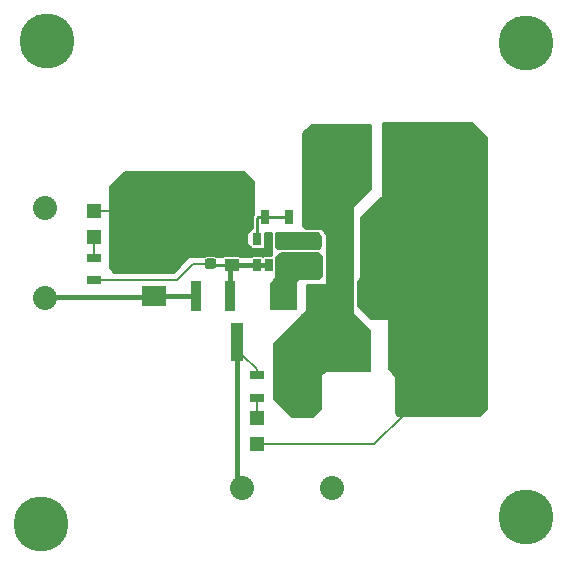
<source format=gbr>
G04 #@! TF.GenerationSoftware,KiCad,Pcbnew,5.0.2-bee76a0~70~ubuntu18.04.1*
G04 #@! TF.CreationDate,2019-02-26T17:57:15-05:00*
G04 #@! TF.ProjectId,New Buck Converter,4e657720-4275-4636-9b20-436f6e766572,rev?*
G04 #@! TF.SameCoordinates,Original*
G04 #@! TF.FileFunction,Copper,L1,Top*
G04 #@! TF.FilePolarity,Positive*
%FSLAX46Y46*%
G04 Gerber Fmt 4.6, Leading zero omitted, Abs format (unit mm)*
G04 Created by KiCad (PCBNEW 5.0.2-bee76a0~70~ubuntu18.04.1) date Tue 26 Feb 2019 05:57:15 PM EST*
%MOMM*%
%LPD*%
G01*
G04 APERTURE LIST*
G04 #@! TA.AperFunction,ComponentPad*
%ADD10C,2.032000*%
G04 #@! TD*
G04 #@! TA.AperFunction,SMDPad,CuDef*
%ADD11R,0.900000X2.500000*%
G04 #@! TD*
G04 #@! TA.AperFunction,SMDPad,CuDef*
%ADD12R,1.250000X1.000000*%
G04 #@! TD*
G04 #@! TA.AperFunction,Conductor*
%ADD13C,0.100000*%
G04 #@! TD*
G04 #@! TA.AperFunction,SMDPad,CuDef*
%ADD14C,0.875000*%
G04 #@! TD*
G04 #@! TA.AperFunction,SMDPad,CuDef*
%ADD15R,1.200000X2.000000*%
G04 #@! TD*
G04 #@! TA.AperFunction,SMDPad,CuDef*
%ADD16R,0.700000X1.300000*%
G04 #@! TD*
G04 #@! TA.AperFunction,SMDPad,CuDef*
%ADD17R,1.300000X0.700000*%
G04 #@! TD*
G04 #@! TA.AperFunction,SMDPad,CuDef*
%ADD18R,1.000000X3.200000*%
G04 #@! TD*
G04 #@! TA.AperFunction,SMDPad,CuDef*
%ADD19R,0.650000X1.060000*%
G04 #@! TD*
G04 #@! TA.AperFunction,SMDPad,CuDef*
%ADD20R,1.000000X1.600000*%
G04 #@! TD*
G04 #@! TA.AperFunction,SMDPad,CuDef*
%ADD21R,1.780000X3.500000*%
G04 #@! TD*
G04 #@! TA.AperFunction,SMDPad,CuDef*
%ADD22R,1.000000X1.250000*%
G04 #@! TD*
G04 #@! TA.AperFunction,SMDPad,CuDef*
%ADD23R,2.159000X1.778000*%
G04 #@! TD*
G04 #@! TA.AperFunction,SMDPad,CuDef*
%ADD24R,1.200000X1.200000*%
G04 #@! TD*
G04 #@! TA.AperFunction,ComponentPad*
%ADD25C,4.648200*%
G04 #@! TD*
G04 #@! TA.AperFunction,ViaPad*
%ADD26C,0.800000*%
G04 #@! TD*
G04 #@! TA.AperFunction,Conductor*
%ADD27C,0.254000*%
G04 #@! TD*
G04 #@! TA.AperFunction,Conductor*
%ADD28C,0.250000*%
G04 #@! TD*
G04 #@! TA.AperFunction,Conductor*
%ADD29C,0.381000*%
G04 #@! TD*
G04 #@! TA.AperFunction,Conductor*
%ADD30C,0.152400*%
G04 #@! TD*
G04 APERTURE END LIST*
D10*
G04 #@! TO.P,J1,2*
G04 #@! TO.N,/12V*
X107734100Y-105895140D03*
G04 #@! TO.P,J1,1*
G04 #@! TO.N,GND*
X107734100Y-98275140D03*
G04 #@! TD*
G04 #@! TO.P,J2,2*
G04 #@! TO.N,/5V*
X124409200Y-121909840D03*
G04 #@! TO.P,J2,1*
G04 #@! TO.N,GND*
X132029200Y-121909840D03*
G04 #@! TD*
D11*
G04 #@! TO.P,COUT4,1*
G04 #@! TO.N,Net-(COUT1-Pad1)*
X132458800Y-100203000D03*
G04 #@! TO.P,COUT4,2*
G04 #@! TO.N,GND*
X135358800Y-100203000D03*
G04 #@! TD*
D12*
G04 #@! TO.P,C1,2*
G04 #@! TO.N,Net-(C1-Pad2)*
X129971800Y-100981000D03*
G04 #@! TO.P,C1,1*
G04 #@! TO.N,Net-(C1-Pad1)*
X129971800Y-102981000D03*
G04 #@! TD*
G04 #@! TO.P,C2,1*
G04 #@! TO.N,Net-(C2-Pad1)*
X123558300Y-103060500D03*
G04 #@! TO.P,C2,2*
G04 #@! TO.N,GND*
X123558300Y-101060500D03*
G04 #@! TD*
D13*
G04 #@! TO.N,Net-(C2-Pad1)*
G04 #@! TO.C,C3*
G36*
X122030051Y-102502233D02*
X122051286Y-102505383D01*
X122072110Y-102510599D01*
X122092322Y-102517831D01*
X122111728Y-102527010D01*
X122130141Y-102538046D01*
X122147384Y-102550834D01*
X122163290Y-102565250D01*
X122177706Y-102581156D01*
X122190494Y-102598399D01*
X122201530Y-102616812D01*
X122210709Y-102636218D01*
X122217941Y-102656430D01*
X122223157Y-102677254D01*
X122226307Y-102698489D01*
X122227360Y-102719930D01*
X122227360Y-103157430D01*
X122226307Y-103178871D01*
X122223157Y-103200106D01*
X122217941Y-103220930D01*
X122210709Y-103241142D01*
X122201530Y-103260548D01*
X122190494Y-103278961D01*
X122177706Y-103296204D01*
X122163290Y-103312110D01*
X122147384Y-103326526D01*
X122130141Y-103339314D01*
X122111728Y-103350350D01*
X122092322Y-103359529D01*
X122072110Y-103366761D01*
X122051286Y-103371977D01*
X122030051Y-103375127D01*
X122008610Y-103376180D01*
X121496110Y-103376180D01*
X121474669Y-103375127D01*
X121453434Y-103371977D01*
X121432610Y-103366761D01*
X121412398Y-103359529D01*
X121392992Y-103350350D01*
X121374579Y-103339314D01*
X121357336Y-103326526D01*
X121341430Y-103312110D01*
X121327014Y-103296204D01*
X121314226Y-103278961D01*
X121303190Y-103260548D01*
X121294011Y-103241142D01*
X121286779Y-103220930D01*
X121281563Y-103200106D01*
X121278413Y-103178871D01*
X121277360Y-103157430D01*
X121277360Y-102719930D01*
X121278413Y-102698489D01*
X121281563Y-102677254D01*
X121286779Y-102656430D01*
X121294011Y-102636218D01*
X121303190Y-102616812D01*
X121314226Y-102598399D01*
X121327014Y-102581156D01*
X121341430Y-102565250D01*
X121357336Y-102550834D01*
X121374579Y-102538046D01*
X121392992Y-102527010D01*
X121412398Y-102517831D01*
X121432610Y-102510599D01*
X121453434Y-102505383D01*
X121474669Y-102502233D01*
X121496110Y-102501180D01*
X122008610Y-102501180D01*
X122030051Y-102502233D01*
X122030051Y-102502233D01*
G37*
D14*
G04 #@! TD*
G04 #@! TO.P,C3,1*
G04 #@! TO.N,Net-(C2-Pad1)*
X121752360Y-102938680D03*
D13*
G04 #@! TO.N,GND*
G04 #@! TO.C,C3*
G36*
X122030051Y-100927233D02*
X122051286Y-100930383D01*
X122072110Y-100935599D01*
X122092322Y-100942831D01*
X122111728Y-100952010D01*
X122130141Y-100963046D01*
X122147384Y-100975834D01*
X122163290Y-100990250D01*
X122177706Y-101006156D01*
X122190494Y-101023399D01*
X122201530Y-101041812D01*
X122210709Y-101061218D01*
X122217941Y-101081430D01*
X122223157Y-101102254D01*
X122226307Y-101123489D01*
X122227360Y-101144930D01*
X122227360Y-101582430D01*
X122226307Y-101603871D01*
X122223157Y-101625106D01*
X122217941Y-101645930D01*
X122210709Y-101666142D01*
X122201530Y-101685548D01*
X122190494Y-101703961D01*
X122177706Y-101721204D01*
X122163290Y-101737110D01*
X122147384Y-101751526D01*
X122130141Y-101764314D01*
X122111728Y-101775350D01*
X122092322Y-101784529D01*
X122072110Y-101791761D01*
X122051286Y-101796977D01*
X122030051Y-101800127D01*
X122008610Y-101801180D01*
X121496110Y-101801180D01*
X121474669Y-101800127D01*
X121453434Y-101796977D01*
X121432610Y-101791761D01*
X121412398Y-101784529D01*
X121392992Y-101775350D01*
X121374579Y-101764314D01*
X121357336Y-101751526D01*
X121341430Y-101737110D01*
X121327014Y-101721204D01*
X121314226Y-101703961D01*
X121303190Y-101685548D01*
X121294011Y-101666142D01*
X121286779Y-101645930D01*
X121281563Y-101625106D01*
X121278413Y-101603871D01*
X121277360Y-101582430D01*
X121277360Y-101144930D01*
X121278413Y-101123489D01*
X121281563Y-101102254D01*
X121286779Y-101081430D01*
X121294011Y-101061218D01*
X121303190Y-101041812D01*
X121314226Y-101023399D01*
X121327014Y-101006156D01*
X121341430Y-100990250D01*
X121357336Y-100975834D01*
X121374579Y-100963046D01*
X121392992Y-100952010D01*
X121412398Y-100942831D01*
X121432610Y-100935599D01*
X121453434Y-100930383D01*
X121474669Y-100927233D01*
X121496110Y-100926180D01*
X122008610Y-100926180D01*
X122030051Y-100927233D01*
X122030051Y-100927233D01*
G37*
D14*
G04 #@! TD*
G04 #@! TO.P,C3,2*
G04 #@! TO.N,GND*
X121752360Y-101363680D03*
D11*
G04 #@! TO.P,F1,2*
G04 #@! TO.N,/12V*
X120520800Y-105727500D03*
G04 #@! TO.P,F1,1*
G04 #@! TO.N,Net-(C2-Pad1)*
X123420800Y-105727500D03*
G04 #@! TD*
D15*
G04 #@! TO.P,L1,1*
G04 #@! TO.N,Net-(C1-Pad1)*
X127876700Y-105666540D03*
G04 #@! TO.P,L1,2*
G04 #@! TO.N,Net-(COUT1-Pad1)*
X131076700Y-105666540D03*
G04 #@! TD*
D16*
G04 #@! TO.P,R1,1*
G04 #@! TO.N,Net-(COUT1-Pad1)*
X130294420Y-98978720D03*
G04 #@! TO.P,R1,2*
G04 #@! TO.N,Net-(R1-Pad2)*
X128394420Y-98978720D03*
G04 #@! TD*
G04 #@! TO.P,R2,2*
G04 #@! TO.N,GND*
X124508220Y-98963480D03*
G04 #@! TO.P,R2,1*
G04 #@! TO.N,Net-(R1-Pad2)*
X126408220Y-98963480D03*
G04 #@! TD*
D17*
G04 #@! TO.P,R3,1*
G04 #@! TO.N,VCC*
X125700000Y-112400000D03*
G04 #@! TO.P,R3,2*
G04 #@! TO.N,Net-(D1-Pad2)*
X125700000Y-114300000D03*
G04 #@! TD*
D18*
G04 #@! TO.P,R4,1*
G04 #@! TO.N,Net-(COUT1-Pad1)*
X130228200Y-109606080D03*
G04 #@! TO.P,R4,2*
G04 #@! TO.N,VCC*
X124028200Y-109606080D03*
G04 #@! TD*
D19*
G04 #@! TO.P,U1,1*
G04 #@! TO.N,Net-(C1-Pad2)*
X127627600Y-100865800D03*
G04 #@! TO.P,U1,2*
G04 #@! TO.N,GND*
X126677600Y-100865800D03*
G04 #@! TO.P,U1,3*
G04 #@! TO.N,Net-(R1-Pad2)*
X125727600Y-100865800D03*
G04 #@! TO.P,U1,4*
G04 #@! TO.N,Net-(C2-Pad1)*
X125727600Y-103065800D03*
G04 #@! TO.P,U1,6*
G04 #@! TO.N,Net-(C1-Pad1)*
X127627600Y-103065800D03*
G04 #@! TO.P,U1,5*
G04 #@! TO.N,Net-(C2-Pad1)*
X126677600Y-103065800D03*
G04 #@! TD*
D20*
G04 #@! TO.P,COUT1,1*
G04 #@! TO.N,Net-(COUT1-Pad1)*
X132448300Y-103251000D03*
G04 #@! TO.P,COUT1,2*
G04 #@! TO.N,GND*
X135448300Y-103251000D03*
G04 #@! TD*
D21*
G04 #@! TO.P,COUT2,1*
G04 #@! TO.N,Net-(COUT1-Pad1)*
X132829300Y-109601000D03*
G04 #@! TO.P,COUT2,2*
G04 #@! TO.N,GND*
X138109300Y-109601000D03*
G04 #@! TD*
D22*
G04 #@! TO.P,COUT3,1*
G04 #@! TO.N,Net-(COUT1-Pad1)*
X132972300Y-105600500D03*
G04 #@! TO.P,COUT3,2*
G04 #@! TO.N,GND*
X134972300Y-105600500D03*
G04 #@! TD*
D21*
G04 #@! TO.P,COUT5,2*
G04 #@! TO.N,GND*
X138109300Y-95694500D03*
G04 #@! TO.P,COUT5,1*
G04 #@! TO.N,Net-(COUT1-Pad1)*
X132829300Y-95694500D03*
G04 #@! TD*
D23*
G04 #@! TO.P,D2,2*
G04 #@! TO.N,GND*
X116954300Y-101663500D03*
G04 #@! TO.P,D2,1*
G04 #@! TO.N,/12V*
X116954300Y-105727500D03*
G04 #@! TD*
D24*
G04 #@! TO.P,D1,2*
G04 #@! TO.N,Net-(D1-Pad2)*
X125700000Y-116050000D03*
G04 #@! TO.P,D1,1*
G04 #@! TO.N,GND*
X125700000Y-118250000D03*
G04 #@! TD*
D25*
G04 #@! TO.P,REF\002A\002A,1*
G04 #@! TO.N,N/C*
X107900000Y-84100000D03*
G04 #@! TD*
G04 #@! TO.P,REF\002A\002A,1*
G04 #@! TO.N,N/C*
X148500000Y-84300000D03*
G04 #@! TD*
G04 #@! TO.P,REF\002A\002A,1*
G04 #@! TO.N,N/C*
X148500000Y-124400000D03*
G04 #@! TD*
G04 #@! TO.P,REF\002A\002A,1*
G04 #@! TO.N,N/C*
X107400000Y-125000000D03*
G04 #@! TD*
D24*
G04 #@! TO.P,D3,2*
G04 #@! TO.N,Net-(D3-Pad2)*
X111900000Y-100700000D03*
G04 #@! TO.P,D3,1*
G04 #@! TO.N,GND*
X111900000Y-98500000D03*
G04 #@! TD*
D17*
G04 #@! TO.P,R5,1*
G04 #@! TO.N,Net-(C2-Pad1)*
X111900000Y-104350000D03*
G04 #@! TO.P,R5,2*
G04 #@! TO.N,Net-(D3-Pad2)*
X111900000Y-102450000D03*
G04 #@! TD*
D26*
G04 #@! TO.N,GND*
X142849600Y-98732340D03*
X143019780Y-108399580D03*
X142984220Y-101693980D03*
X142984220Y-105064560D03*
X143019780Y-113235740D03*
X143019780Y-111135160D03*
X123705620Y-96205040D03*
X120876060Y-96192340D03*
X117906800Y-96230440D03*
X114752120Y-96230440D03*
X114688620Y-98028760D03*
X114675920Y-100909120D03*
X143035020Y-94940120D03*
X140154660Y-114589560D03*
G04 #@! TD*
D27*
G04 #@! TO.N,Net-(C1-Pad2)*
X129856600Y-100865800D02*
X129971800Y-100981000D01*
X127627600Y-100865800D02*
X129856600Y-100865800D01*
G04 #@! TO.N,Net-(C1-Pad1)*
X129887000Y-103065800D02*
X129971800Y-102981000D01*
X127627600Y-103065800D02*
X129887000Y-103065800D01*
D28*
X127627600Y-105417440D02*
X127876700Y-105666540D01*
X127627600Y-103065800D02*
X127627600Y-105417440D01*
D29*
G04 #@! TO.N,Net-(C2-Pad1)*
X123420800Y-103198000D02*
X123558300Y-103060500D01*
X123420800Y-105727500D02*
X123420800Y-103198000D01*
X125722300Y-103060500D02*
X125727600Y-103065800D01*
X123558300Y-103060500D02*
X125722300Y-103060500D01*
X125727600Y-103065800D02*
X126677600Y-103065800D01*
D28*
X121874180Y-103060500D02*
X121752360Y-102938680D01*
X123558300Y-103060500D02*
X121874180Y-103060500D01*
D30*
X120311320Y-102938680D02*
X121752360Y-102938680D01*
X111900000Y-104350000D02*
X118900000Y-104350000D01*
X118900000Y-104350000D02*
X120311320Y-102938680D01*
D28*
G04 #@! TO.N,GND*
X138109300Y-95694500D02*
X139249300Y-95694500D01*
X139249300Y-95694500D02*
X142704260Y-99149460D01*
X142704260Y-99149460D02*
X141845180Y-98290380D01*
X141845180Y-98290380D02*
X141845180Y-100143160D01*
X141697960Y-100143160D02*
X139308840Y-97754040D01*
X141845180Y-100143160D02*
X141697960Y-100143160D01*
X142984220Y-101693980D02*
X142984220Y-105064560D01*
X140287140Y-98732340D02*
X142849600Y-98732340D01*
X138109300Y-96554500D02*
X140287140Y-98732340D01*
X138109300Y-95694500D02*
X138109300Y-96554500D01*
X143019780Y-113235740D02*
X143121380Y-113337340D01*
X138008360Y-113484660D02*
X142770860Y-113484660D01*
X142770860Y-113484660D02*
X143019780Y-113235740D01*
X143019780Y-108399580D02*
X143019780Y-111135160D01*
X143019780Y-111135160D02*
X143019780Y-113235740D01*
D29*
X124508220Y-98963480D02*
X124508220Y-97007640D01*
X124508220Y-97007640D02*
X123705620Y-96205040D01*
X120876060Y-96192340D02*
X117944900Y-96192340D01*
X117944900Y-96192340D02*
X117906800Y-96230440D01*
X114752120Y-96230440D02*
X114752120Y-97965260D01*
X114752120Y-97965260D02*
X114688620Y-98028760D01*
X116199920Y-100909120D02*
X116954300Y-101663500D01*
X114675920Y-100909120D02*
X116199920Y-100909120D01*
X138109300Y-95694500D02*
X142280640Y-95694500D01*
X142280640Y-95694500D02*
X143035020Y-94940120D01*
X138008360Y-113484660D02*
X139049760Y-113484660D01*
X139049760Y-113484660D02*
X140154660Y-114589560D01*
D30*
X113600300Y-98500000D02*
X116763800Y-101663500D01*
X116763800Y-101663500D02*
X116954300Y-101663500D01*
X111900000Y-98500000D02*
X113600300Y-98500000D01*
X138109300Y-115740700D02*
X138109300Y-95694500D01*
X125700000Y-118250000D02*
X135600000Y-118250000D01*
X135600000Y-118250000D02*
X138109300Y-115740700D01*
D29*
G04 #@! TO.N,/5V*
X124028200Y-121541540D02*
X124414280Y-121927620D01*
X124028200Y-109606080D02*
X124028200Y-121541540D01*
G04 #@! TO.N,/12V*
X116954300Y-105727500D02*
X120520800Y-105727500D01*
X116906660Y-105775140D02*
X116954300Y-105727500D01*
X107724100Y-105775140D02*
X116906660Y-105775140D01*
D28*
G04 #@! TO.N,Net-(R1-Pad2)*
X125808220Y-98963480D02*
X126408220Y-98963480D01*
X125727600Y-99044100D02*
X125808220Y-98963480D01*
X125727600Y-100865800D02*
X125727600Y-99044100D01*
X128379180Y-98963480D02*
X128394420Y-98978720D01*
X126408220Y-98963480D02*
X128379180Y-98963480D01*
D27*
G04 #@! TO.N,Net-(COUT1-Pad1)*
X132448300Y-97762000D02*
X132448300Y-100203000D01*
X132448300Y-95758000D02*
X132448300Y-97762000D01*
X132448300Y-101707000D02*
X132448300Y-103251000D01*
X132448300Y-100203000D02*
X132448300Y-101707000D01*
D28*
X132829300Y-96143840D02*
X132829300Y-95694500D01*
X130294420Y-98678720D02*
X132829300Y-96143840D01*
X130294420Y-98978720D02*
X130294420Y-98678720D01*
X130233280Y-109601000D02*
X130228200Y-109606080D01*
X132829300Y-109601000D02*
X130233280Y-109601000D01*
X130228200Y-113395540D02*
X130116220Y-113507520D01*
X130228200Y-109606080D02*
X130228200Y-113395540D01*
X132448300Y-105054400D02*
X132971540Y-105577640D01*
X132448300Y-103251000D02*
X132448300Y-105054400D01*
X132882640Y-105666540D02*
X132971540Y-105577640D01*
X131076700Y-105666540D02*
X132882640Y-105666540D01*
X132971540Y-109458760D02*
X132829300Y-109601000D01*
X132971540Y-105577640D02*
X132971540Y-109458760D01*
D30*
G04 #@! TO.N,Net-(D1-Pad2)*
X125700000Y-114802400D02*
X125700000Y-116050000D01*
X125700000Y-114300000D02*
X125700000Y-114802400D01*
G04 #@! TO.N,Net-(D3-Pad2)*
X111900000Y-100700000D02*
X111900000Y-102450000D01*
G04 #@! TO.N,VCC*
X125700000Y-111897600D02*
X124447310Y-110644910D01*
X125700000Y-112400000D02*
X125700000Y-111897600D01*
G04 #@! TD*
G04 #@! TO.N,GND*
G36*
X125478540Y-96051184D02*
X125478540Y-98785247D01*
X125472670Y-98789169D01*
X125417448Y-98871813D01*
X125394516Y-98906133D01*
X125367074Y-99044100D01*
X125374001Y-99078926D01*
X125374000Y-99958476D01*
X124886178Y-100446298D01*
X124869660Y-100471020D01*
X124863860Y-100500180D01*
X124863860Y-101213920D01*
X124869660Y-101243080D01*
X124886178Y-101267802D01*
X125282418Y-101664042D01*
X125307140Y-101680560D01*
X125336300Y-101686360D01*
X126286260Y-101686360D01*
X126315420Y-101680560D01*
X126340142Y-101664042D01*
X126356660Y-101639320D01*
X126362460Y-101610160D01*
X126362460Y-101442520D01*
X126360185Y-101424039D01*
X126359920Y-101422979D01*
X126359920Y-100373180D01*
X126966980Y-100373180D01*
X126966980Y-102246616D01*
X126910874Y-102302722D01*
X126352600Y-102302722D01*
X126263405Y-102320464D01*
X126220249Y-102349300D01*
X126184951Y-102349300D01*
X126141795Y-102320464D01*
X126052600Y-102302722D01*
X125402600Y-102302722D01*
X125313405Y-102320464D01*
X125270249Y-102349300D01*
X124278685Y-102349300D01*
X124272495Y-102345164D01*
X124183300Y-102327422D01*
X122933300Y-102327422D01*
X122844105Y-102345164D01*
X122837915Y-102349300D01*
X122251566Y-102349300D01*
X122181517Y-102302495D01*
X122008610Y-102268102D01*
X121496110Y-102268102D01*
X121323203Y-102302495D01*
X121253154Y-102349300D01*
X120015000Y-102349300D01*
X119985840Y-102355100D01*
X119961118Y-102371618D01*
X118624536Y-103708200D01*
X113610204Y-103708200D01*
X113202720Y-103300716D01*
X113202720Y-96480444D01*
X114522064Y-95161100D01*
X124588456Y-95161100D01*
X125478540Y-96051184D01*
X125478540Y-96051184D01*
G37*
X125478540Y-96051184D02*
X125478540Y-98785247D01*
X125472670Y-98789169D01*
X125417448Y-98871813D01*
X125394516Y-98906133D01*
X125367074Y-99044100D01*
X125374001Y-99078926D01*
X125374000Y-99958476D01*
X124886178Y-100446298D01*
X124869660Y-100471020D01*
X124863860Y-100500180D01*
X124863860Y-101213920D01*
X124869660Y-101243080D01*
X124886178Y-101267802D01*
X125282418Y-101664042D01*
X125307140Y-101680560D01*
X125336300Y-101686360D01*
X126286260Y-101686360D01*
X126315420Y-101680560D01*
X126340142Y-101664042D01*
X126356660Y-101639320D01*
X126362460Y-101610160D01*
X126362460Y-101442520D01*
X126360185Y-101424039D01*
X126359920Y-101422979D01*
X126359920Y-100373180D01*
X126966980Y-100373180D01*
X126966980Y-102246616D01*
X126910874Y-102302722D01*
X126352600Y-102302722D01*
X126263405Y-102320464D01*
X126220249Y-102349300D01*
X126184951Y-102349300D01*
X126141795Y-102320464D01*
X126052600Y-102302722D01*
X125402600Y-102302722D01*
X125313405Y-102320464D01*
X125270249Y-102349300D01*
X124278685Y-102349300D01*
X124272495Y-102345164D01*
X124183300Y-102327422D01*
X122933300Y-102327422D01*
X122844105Y-102345164D01*
X122837915Y-102349300D01*
X122251566Y-102349300D01*
X122181517Y-102302495D01*
X122008610Y-102268102D01*
X121496110Y-102268102D01*
X121323203Y-102302495D01*
X121253154Y-102349300D01*
X120015000Y-102349300D01*
X119985840Y-102355100D01*
X119961118Y-102371618D01*
X118624536Y-103708200D01*
X113610204Y-103708200D01*
X113202720Y-103300716D01*
X113202720Y-96480444D01*
X114522064Y-95161100D01*
X124588456Y-95161100D01*
X125478540Y-96051184D01*
G36*
X145123800Y-92331564D02*
X145123800Y-115268436D01*
X144568436Y-115823800D01*
X137631564Y-115823800D01*
X137426200Y-115618436D01*
X137426200Y-112500000D01*
X137420400Y-112470840D01*
X137403882Y-112446118D01*
X136826200Y-111868436D01*
X136826200Y-107700000D01*
X136820400Y-107670840D01*
X136803882Y-107646118D01*
X136779160Y-107629600D01*
X136750000Y-107623800D01*
X135331564Y-107623800D01*
X134226200Y-106518436D01*
X134226200Y-104481564D01*
X134503882Y-104203882D01*
X134520400Y-104179160D01*
X134526200Y-104150000D01*
X134526200Y-99081564D01*
X136303882Y-97303882D01*
X136320400Y-97279160D01*
X136326200Y-97250000D01*
X136326200Y-91076200D01*
X143868436Y-91076200D01*
X145123800Y-92331564D01*
X145123800Y-92331564D01*
G37*
X145123800Y-92331564D02*
X145123800Y-115268436D01*
X144568436Y-115823800D01*
X137631564Y-115823800D01*
X137426200Y-115618436D01*
X137426200Y-112500000D01*
X137420400Y-112470840D01*
X137403882Y-112446118D01*
X136826200Y-111868436D01*
X136826200Y-107700000D01*
X136820400Y-107670840D01*
X136803882Y-107646118D01*
X136779160Y-107629600D01*
X136750000Y-107623800D01*
X135331564Y-107623800D01*
X134226200Y-106518436D01*
X134226200Y-104481564D01*
X134503882Y-104203882D01*
X134520400Y-104179160D01*
X134526200Y-104150000D01*
X134526200Y-99081564D01*
X136303882Y-97303882D01*
X136320400Y-97279160D01*
X136326200Y-97250000D01*
X136326200Y-91076200D01*
X143868436Y-91076200D01*
X145123800Y-92331564D01*
G04 #@! TO.N,Net-(C1-Pad1)*
G36*
X131173800Y-102381564D02*
X131173800Y-103968436D01*
X130918436Y-104223800D01*
X129300000Y-104223800D01*
X129270840Y-104229600D01*
X129246118Y-104246118D01*
X128996118Y-104496118D01*
X128979600Y-104520840D01*
X128973800Y-104550000D01*
X128973800Y-106773800D01*
X126876200Y-106773800D01*
X126876200Y-104631564D01*
X127303882Y-104203882D01*
X127320400Y-104179160D01*
X127326200Y-104150000D01*
X127326200Y-102481564D01*
X127731564Y-102076200D01*
X130868436Y-102076200D01*
X131173800Y-102381564D01*
X131173800Y-102381564D01*
G37*
X131173800Y-102381564D02*
X131173800Y-103968436D01*
X130918436Y-104223800D01*
X129300000Y-104223800D01*
X129270840Y-104229600D01*
X129246118Y-104246118D01*
X128996118Y-104496118D01*
X128979600Y-104520840D01*
X128973800Y-104550000D01*
X128973800Y-106773800D01*
X126876200Y-106773800D01*
X126876200Y-104631564D01*
X127303882Y-104203882D01*
X127320400Y-104179160D01*
X127326200Y-104150000D01*
X127326200Y-102481564D01*
X127731564Y-102076200D01*
X130868436Y-102076200D01*
X131173800Y-102381564D01*
G04 #@! TO.N,Net-(COUT1-Pad1)*
G36*
X135373800Y-96618436D02*
X133846118Y-98146118D01*
X133829600Y-98170840D01*
X133823800Y-98200000D01*
X133823800Y-107200000D01*
X133829600Y-107229160D01*
X133846118Y-107253882D01*
X135273800Y-108681564D01*
X135273800Y-112073800D01*
X131500000Y-112073800D01*
X131470840Y-112079600D01*
X131446118Y-112096118D01*
X131146118Y-112396118D01*
X131129600Y-112420840D01*
X131123800Y-112450000D01*
X131123800Y-115218436D01*
X130418436Y-115923800D01*
X128631564Y-115923800D01*
X127126200Y-114418436D01*
X127126200Y-109731564D01*
X129431564Y-107426200D01*
X130250000Y-107426200D01*
X130279160Y-107420400D01*
X130303882Y-107403882D01*
X130324120Y-107383644D01*
X130340638Y-107358922D01*
X130346438Y-107329762D01*
X130340638Y-107300602D01*
X130324120Y-107275880D01*
X130299398Y-107259362D01*
X130268466Y-107253583D01*
X129588365Y-107269399D01*
X129903882Y-106953882D01*
X129920400Y-106929160D01*
X129926200Y-106900000D01*
X129926200Y-104726200D01*
X130400000Y-104726200D01*
X130429160Y-104720400D01*
X130446817Y-104708602D01*
X130465922Y-104718155D01*
X130500000Y-104726200D01*
X131550000Y-104726200D01*
X131579160Y-104720400D01*
X131603882Y-104703882D01*
X131620400Y-104679160D01*
X131626200Y-104650000D01*
X131626200Y-100550000D01*
X131620400Y-100520840D01*
X131603882Y-100496118D01*
X131153882Y-100046118D01*
X131129160Y-100029600D01*
X131100000Y-100023800D01*
X129881564Y-100023800D01*
X129626200Y-99768436D01*
X129626200Y-91881564D01*
X130331564Y-91176200D01*
X135373800Y-91176200D01*
X135373800Y-96618436D01*
X135373800Y-96618436D01*
G37*
X135373800Y-96618436D02*
X133846118Y-98146118D01*
X133829600Y-98170840D01*
X133823800Y-98200000D01*
X133823800Y-107200000D01*
X133829600Y-107229160D01*
X133846118Y-107253882D01*
X135273800Y-108681564D01*
X135273800Y-112073800D01*
X131500000Y-112073800D01*
X131470840Y-112079600D01*
X131446118Y-112096118D01*
X131146118Y-112396118D01*
X131129600Y-112420840D01*
X131123800Y-112450000D01*
X131123800Y-115218436D01*
X130418436Y-115923800D01*
X128631564Y-115923800D01*
X127126200Y-114418436D01*
X127126200Y-109731564D01*
X129431564Y-107426200D01*
X130250000Y-107426200D01*
X130279160Y-107420400D01*
X130303882Y-107403882D01*
X130324120Y-107383644D01*
X130340638Y-107358922D01*
X130346438Y-107329762D01*
X130340638Y-107300602D01*
X130324120Y-107275880D01*
X130299398Y-107259362D01*
X130268466Y-107253583D01*
X129588365Y-107269399D01*
X129903882Y-106953882D01*
X129920400Y-106929160D01*
X129926200Y-106900000D01*
X129926200Y-104726200D01*
X130400000Y-104726200D01*
X130429160Y-104720400D01*
X130446817Y-104708602D01*
X130465922Y-104718155D01*
X130500000Y-104726200D01*
X131550000Y-104726200D01*
X131579160Y-104720400D01*
X131603882Y-104703882D01*
X131620400Y-104679160D01*
X131626200Y-104650000D01*
X131626200Y-100550000D01*
X131620400Y-100520840D01*
X131603882Y-100496118D01*
X131153882Y-100046118D01*
X131129160Y-100029600D01*
X131100000Y-100023800D01*
X129881564Y-100023800D01*
X129626200Y-99768436D01*
X129626200Y-91881564D01*
X130331564Y-91176200D01*
X135373800Y-91176200D01*
X135373800Y-96618436D01*
G36*
X130423800Y-107423800D02*
X129470989Y-107423800D01*
X129470400Y-107420840D01*
X129456992Y-107400772D01*
X129681564Y-107176200D01*
X130423800Y-107176200D01*
X130423800Y-107423800D01*
X130423800Y-107423800D01*
G37*
X130423800Y-107423800D02*
X129470989Y-107423800D01*
X129470400Y-107420840D01*
X129456992Y-107400772D01*
X129681564Y-107176200D01*
X130423800Y-107176200D01*
X130423800Y-107423800D01*
G04 #@! TO.N,Net-(C1-Pad2)*
G36*
X131123800Y-100681564D02*
X131123800Y-101468436D01*
X130918436Y-101673800D01*
X127431564Y-101673800D01*
X127326200Y-101568436D01*
X127326200Y-100376200D01*
X130818436Y-100376200D01*
X131123800Y-100681564D01*
X131123800Y-100681564D01*
G37*
X131123800Y-100681564D02*
X131123800Y-101468436D01*
X130918436Y-101673800D01*
X127431564Y-101673800D01*
X127326200Y-101568436D01*
X127326200Y-100376200D01*
X130818436Y-100376200D01*
X131123800Y-100681564D01*
G04 #@! TD*
M02*

</source>
